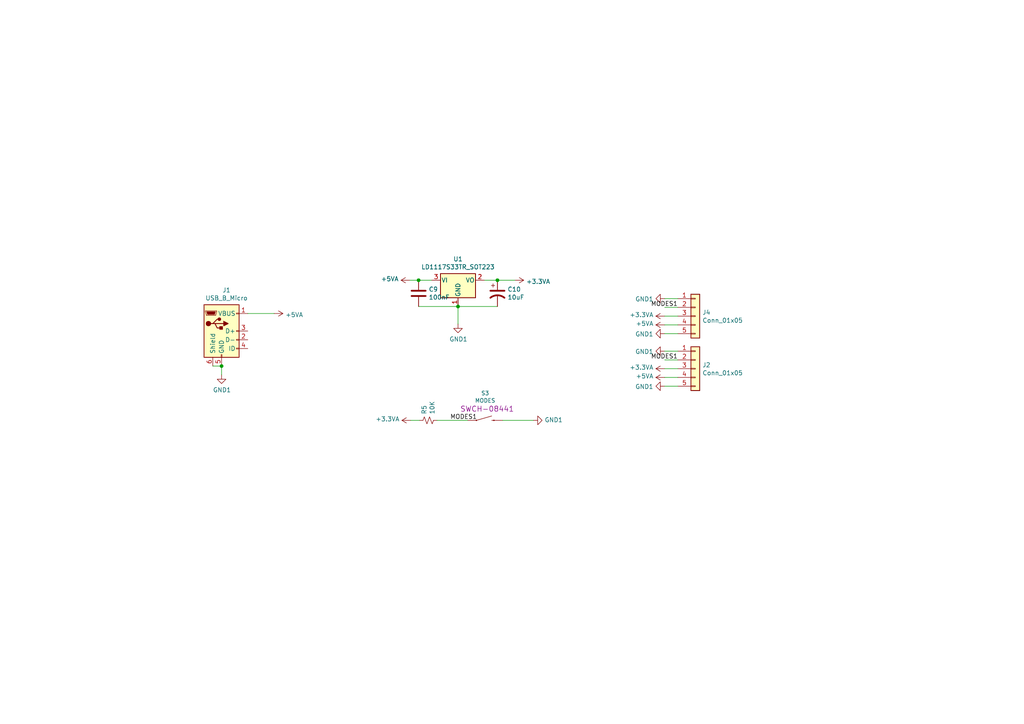
<source format=kicad_sch>
(kicad_sch (version 20211123) (generator eeschema)

  (uuid 29b583c7-0f35-4b9e-9c83-f08988b7fdeb)

  (paper "A4")

  (lib_symbols
    (symbol "Connector:USB_B_Micro" (pin_names (offset 1.016)) (in_bom yes) (on_board yes)
      (property "Reference" "J" (id 0) (at -5.08 11.43 0)
        (effects (font (size 1.27 1.27)) (justify left))
      )
      (property "Value" "USB_B_Micro" (id 1) (at -5.08 8.89 0)
        (effects (font (size 1.27 1.27)) (justify left))
      )
      (property "Footprint" "" (id 2) (at 3.81 -1.27 0)
        (effects (font (size 1.27 1.27)) hide)
      )
      (property "Datasheet" "~" (id 3) (at 3.81 -1.27 0)
        (effects (font (size 1.27 1.27)) hide)
      )
      (property "ki_keywords" "connector USB micro" (id 4) (at 0 0 0)
        (effects (font (size 1.27 1.27)) hide)
      )
      (property "ki_description" "USB Micro Type B connector" (id 5) (at 0 0 0)
        (effects (font (size 1.27 1.27)) hide)
      )
      (property "ki_fp_filters" "USB*" (id 6) (at 0 0 0)
        (effects (font (size 1.27 1.27)) hide)
      )
      (symbol "USB_B_Micro_0_1"
        (rectangle (start -5.08 -7.62) (end 5.08 7.62)
          (stroke (width 0.254) (type default) (color 0 0 0 0))
          (fill (type background))
        )
        (circle (center -3.81 2.159) (radius 0.635)
          (stroke (width 0.254) (type default) (color 0 0 0 0))
          (fill (type outline))
        )
        (circle (center -0.635 3.429) (radius 0.381)
          (stroke (width 0.254) (type default) (color 0 0 0 0))
          (fill (type outline))
        )
        (rectangle (start -0.127 -7.62) (end 0.127 -6.858)
          (stroke (width 0) (type default) (color 0 0 0 0))
          (fill (type none))
        )
        (polyline
          (pts
            (xy -1.905 2.159)
            (xy 0.635 2.159)
          )
          (stroke (width 0.254) (type default) (color 0 0 0 0))
          (fill (type none))
        )
        (polyline
          (pts
            (xy -3.175 2.159)
            (xy -2.54 2.159)
            (xy -1.27 3.429)
            (xy -0.635 3.429)
          )
          (stroke (width 0.254) (type default) (color 0 0 0 0))
          (fill (type none))
        )
        (polyline
          (pts
            (xy -2.54 2.159)
            (xy -1.905 2.159)
            (xy -1.27 0.889)
            (xy 0 0.889)
          )
          (stroke (width 0.254) (type default) (color 0 0 0 0))
          (fill (type none))
        )
        (polyline
          (pts
            (xy 0.635 2.794)
            (xy 0.635 1.524)
            (xy 1.905 2.159)
            (xy 0.635 2.794)
          )
          (stroke (width 0.254) (type default) (color 0 0 0 0))
          (fill (type outline))
        )
        (polyline
          (pts
            (xy -4.318 5.588)
            (xy -1.778 5.588)
            (xy -2.032 4.826)
            (xy -4.064 4.826)
            (xy -4.318 5.588)
          )
          (stroke (width 0) (type default) (color 0 0 0 0))
          (fill (type outline))
        )
        (polyline
          (pts
            (xy -4.699 5.842)
            (xy -4.699 5.588)
            (xy -4.445 4.826)
            (xy -4.445 4.572)
            (xy -1.651 4.572)
            (xy -1.651 4.826)
            (xy -1.397 5.588)
            (xy -1.397 5.842)
            (xy -4.699 5.842)
          )
          (stroke (width 0) (type default) (color 0 0 0 0))
          (fill (type none))
        )
        (rectangle (start 0.254 1.27) (end -0.508 0.508)
          (stroke (width 0.254) (type default) (color 0 0 0 0))
          (fill (type outline))
        )
        (rectangle (start 5.08 -5.207) (end 4.318 -4.953)
          (stroke (width 0) (type default) (color 0 0 0 0))
          (fill (type none))
        )
        (rectangle (start 5.08 -2.667) (end 4.318 -2.413)
          (stroke (width 0) (type default) (color 0 0 0 0))
          (fill (type none))
        )
        (rectangle (start 5.08 -0.127) (end 4.318 0.127)
          (stroke (width 0) (type default) (color 0 0 0 0))
          (fill (type none))
        )
        (rectangle (start 5.08 4.953) (end 4.318 5.207)
          (stroke (width 0) (type default) (color 0 0 0 0))
          (fill (type none))
        )
      )
      (symbol "USB_B_Micro_1_1"
        (pin power_out line (at 7.62 5.08 180) (length 2.54)
          (name "VBUS" (effects (font (size 1.27 1.27))))
          (number "1" (effects (font (size 1.27 1.27))))
        )
        (pin bidirectional line (at 7.62 -2.54 180) (length 2.54)
          (name "D-" (effects (font (size 1.27 1.27))))
          (number "2" (effects (font (size 1.27 1.27))))
        )
        (pin bidirectional line (at 7.62 0 180) (length 2.54)
          (name "D+" (effects (font (size 1.27 1.27))))
          (number "3" (effects (font (size 1.27 1.27))))
        )
        (pin passive line (at 7.62 -5.08 180) (length 2.54)
          (name "ID" (effects (font (size 1.27 1.27))))
          (number "4" (effects (font (size 1.27 1.27))))
        )
        (pin power_out line (at 0 -10.16 90) (length 2.54)
          (name "GND" (effects (font (size 1.27 1.27))))
          (number "5" (effects (font (size 1.27 1.27))))
        )
        (pin passive line (at -2.54 -10.16 90) (length 2.54)
          (name "Shield" (effects (font (size 1.27 1.27))))
          (number "6" (effects (font (size 1.27 1.27))))
        )
      )
    )
    (symbol "Connector_Generic:Conn_01x05" (pin_names (offset 1.016) hide) (in_bom yes) (on_board yes)
      (property "Reference" "J" (id 0) (at 0 7.62 0)
        (effects (font (size 1.27 1.27)))
      )
      (property "Value" "Conn_01x05" (id 1) (at 0 -7.62 0)
        (effects (font (size 1.27 1.27)))
      )
      (property "Footprint" "" (id 2) (at 0 0 0)
        (effects (font (size 1.27 1.27)) hide)
      )
      (property "Datasheet" "~" (id 3) (at 0 0 0)
        (effects (font (size 1.27 1.27)) hide)
      )
      (property "ki_keywords" "connector" (id 4) (at 0 0 0)
        (effects (font (size 1.27 1.27)) hide)
      )
      (property "ki_description" "Generic connector, single row, 01x05, script generated (kicad-library-utils/schlib/autogen/connector/)" (id 5) (at 0 0 0)
        (effects (font (size 1.27 1.27)) hide)
      )
      (property "ki_fp_filters" "Connector*:*_1x??_*" (id 6) (at 0 0 0)
        (effects (font (size 1.27 1.27)) hide)
      )
      (symbol "Conn_01x05_1_1"
        (rectangle (start -1.27 -4.953) (end 0 -5.207)
          (stroke (width 0.1524) (type default) (color 0 0 0 0))
          (fill (type none))
        )
        (rectangle (start -1.27 -2.413) (end 0 -2.667)
          (stroke (width 0.1524) (type default) (color 0 0 0 0))
          (fill (type none))
        )
        (rectangle (start -1.27 0.127) (end 0 -0.127)
          (stroke (width 0.1524) (type default) (color 0 0 0 0))
          (fill (type none))
        )
        (rectangle (start -1.27 2.667) (end 0 2.413)
          (stroke (width 0.1524) (type default) (color 0 0 0 0))
          (fill (type none))
        )
        (rectangle (start -1.27 5.207) (end 0 4.953)
          (stroke (width 0.1524) (type default) (color 0 0 0 0))
          (fill (type none))
        )
        (rectangle (start -1.27 6.35) (end 1.27 -6.35)
          (stroke (width 0.254) (type default) (color 0 0 0 0))
          (fill (type background))
        )
        (pin passive line (at -5.08 5.08 0) (length 3.81)
          (name "Pin_1" (effects (font (size 1.27 1.27))))
          (number "1" (effects (font (size 1.27 1.27))))
        )
        (pin passive line (at -5.08 2.54 0) (length 3.81)
          (name "Pin_2" (effects (font (size 1.27 1.27))))
          (number "2" (effects (font (size 1.27 1.27))))
        )
        (pin passive line (at -5.08 0 0) (length 3.81)
          (name "Pin_3" (effects (font (size 1.27 1.27))))
          (number "3" (effects (font (size 1.27 1.27))))
        )
        (pin passive line (at -5.08 -2.54 0) (length 3.81)
          (name "Pin_4" (effects (font (size 1.27 1.27))))
          (number "4" (effects (font (size 1.27 1.27))))
        )
        (pin passive line (at -5.08 -5.08 0) (length 3.81)
          (name "Pin_5" (effects (font (size 1.27 1.27))))
          (number "5" (effects (font (size 1.27 1.27))))
        )
      )
    )
    (symbol "Device:C" (pin_numbers hide) (pin_names (offset 0.254)) (in_bom yes) (on_board yes)
      (property "Reference" "C" (id 0) (at 0.635 2.54 0)
        (effects (font (size 1.27 1.27)) (justify left))
      )
      (property "Value" "C" (id 1) (at 0.635 -2.54 0)
        (effects (font (size 1.27 1.27)) (justify left))
      )
      (property "Footprint" "" (id 2) (at 0.9652 -3.81 0)
        (effects (font (size 1.27 1.27)) hide)
      )
      (property "Datasheet" "~" (id 3) (at 0 0 0)
        (effects (font (size 1.27 1.27)) hide)
      )
      (property "ki_keywords" "cap capacitor" (id 4) (at 0 0 0)
        (effects (font (size 1.27 1.27)) hide)
      )
      (property "ki_description" "Unpolarized capacitor" (id 5) (at 0 0 0)
        (effects (font (size 1.27 1.27)) hide)
      )
      (property "ki_fp_filters" "C_*" (id 6) (at 0 0 0)
        (effects (font (size 1.27 1.27)) hide)
      )
      (symbol "C_0_1"
        (polyline
          (pts
            (xy -2.032 -0.762)
            (xy 2.032 -0.762)
          )
          (stroke (width 0.508) (type default) (color 0 0 0 0))
          (fill (type none))
        )
        (polyline
          (pts
            (xy -2.032 0.762)
            (xy 2.032 0.762)
          )
          (stroke (width 0.508) (type default) (color 0 0 0 0))
          (fill (type none))
        )
      )
      (symbol "C_1_1"
        (pin passive line (at 0 3.81 270) (length 2.794)
          (name "~" (effects (font (size 1.27 1.27))))
          (number "1" (effects (font (size 1.27 1.27))))
        )
        (pin passive line (at 0 -3.81 90) (length 2.794)
          (name "~" (effects (font (size 1.27 1.27))))
          (number "2" (effects (font (size 1.27 1.27))))
        )
      )
    )
    (symbol "Device:CP1" (pin_numbers hide) (pin_names (offset 0.254) hide) (in_bom yes) (on_board yes)
      (property "Reference" "C" (id 0) (at 0.635 2.54 0)
        (effects (font (size 1.27 1.27)) (justify left))
      )
      (property "Value" "Device_CP1" (id 1) (at 0.635 -2.54 0)
        (effects (font (size 1.27 1.27)) (justify left))
      )
      (property "Footprint" "" (id 2) (at 0 0 0)
        (effects (font (size 1.27 1.27)) hide)
      )
      (property "Datasheet" "" (id 3) (at 0 0 0)
        (effects (font (size 1.27 1.27)) hide)
      )
      (property "ki_fp_filters" "CP_*" (id 4) (at 0 0 0)
        (effects (font (size 1.27 1.27)) hide)
      )
      (symbol "CP1_0_1"
        (polyline
          (pts
            (xy -2.032 0.762)
            (xy 2.032 0.762)
          )
          (stroke (width 0.508) (type default) (color 0 0 0 0))
          (fill (type none))
        )
        (polyline
          (pts
            (xy -1.778 2.286)
            (xy -0.762 2.286)
          )
          (stroke (width 0) (type default) (color 0 0 0 0))
          (fill (type none))
        )
        (polyline
          (pts
            (xy -1.27 1.778)
            (xy -1.27 2.794)
          )
          (stroke (width 0) (type default) (color 0 0 0 0))
          (fill (type none))
        )
        (arc (start 2.032 -1.27) (mid 0 -0.5572) (end -2.032 -1.27)
          (stroke (width 0.508) (type default) (color 0 0 0 0))
          (fill (type none))
        )
      )
      (symbol "CP1_1_1"
        (pin passive line (at 0 3.81 270) (length 2.794)
          (name "~" (effects (font (size 1.27 1.27))))
          (number "1" (effects (font (size 1.27 1.27))))
        )
        (pin passive line (at 0 -3.81 90) (length 3.302)
          (name "~" (effects (font (size 1.27 1.27))))
          (number "2" (effects (font (size 1.27 1.27))))
        )
      )
    )
    (symbol "Device:R_Small_US" (pin_numbers hide) (pin_names (offset 0.254) hide) (in_bom yes) (on_board yes)
      (property "Reference" "R" (id 0) (at 0.762 0.508 0)
        (effects (font (size 1.27 1.27)) (justify left))
      )
      (property "Value" "R_Small_US" (id 1) (at 0.762 -1.016 0)
        (effects (font (size 1.27 1.27)) (justify left))
      )
      (property "Footprint" "" (id 2) (at 0 0 0)
        (effects (font (size 1.27 1.27)) hide)
      )
      (property "Datasheet" "~" (id 3) (at 0 0 0)
        (effects (font (size 1.27 1.27)) hide)
      )
      (property "ki_keywords" "r resistor" (id 4) (at 0 0 0)
        (effects (font (size 1.27 1.27)) hide)
      )
      (property "ki_description" "Resistor, small US symbol" (id 5) (at 0 0 0)
        (effects (font (size 1.27 1.27)) hide)
      )
      (property "ki_fp_filters" "R_*" (id 6) (at 0 0 0)
        (effects (font (size 1.27 1.27)) hide)
      )
      (symbol "R_Small_US_1_1"
        (polyline
          (pts
            (xy 0 0)
            (xy 1.016 -0.381)
            (xy 0 -0.762)
            (xy -1.016 -1.143)
            (xy 0 -1.524)
          )
          (stroke (width 0) (type default) (color 0 0 0 0))
          (fill (type none))
        )
        (polyline
          (pts
            (xy 0 1.524)
            (xy 1.016 1.143)
            (xy 0 0.762)
            (xy -1.016 0.381)
            (xy 0 0)
          )
          (stroke (width 0) (type default) (color 0 0 0 0))
          (fill (type none))
        )
        (pin passive line (at 0 2.54 270) (length 1.016)
          (name "~" (effects (font (size 1.27 1.27))))
          (number "1" (effects (font (size 1.27 1.27))))
        )
        (pin passive line (at 0 -2.54 90) (length 1.016)
          (name "~" (effects (font (size 1.27 1.27))))
          (number "2" (effects (font (size 1.27 1.27))))
        )
      )
    )
    (symbol "Regulator_Linear:LD1117S33TR_SOT223" (pin_names (offset 0.254)) (in_bom yes) (on_board yes)
      (property "Reference" "U" (id 0) (at -3.81 3.175 0)
        (effects (font (size 1.27 1.27)))
      )
      (property "Value" "LD1117S33TR_SOT223" (id 1) (at 0 3.175 0)
        (effects (font (size 1.27 1.27)) (justify left))
      )
      (property "Footprint" "Package_TO_SOT_SMD:SOT-223-3_TabPin2" (id 2) (at 0 5.08 0)
        (effects (font (size 1.27 1.27)) hide)
      )
      (property "Datasheet" "http://www.st.com/st-web-ui/static/active/en/resource/technical/document/datasheet/CD00000544.pdf" (id 3) (at 2.54 -6.35 0)
        (effects (font (size 1.27 1.27)) hide)
      )
      (property "ki_keywords" "REGULATOR LDO 3.3V" (id 4) (at 0 0 0)
        (effects (font (size 1.27 1.27)) hide)
      )
      (property "ki_description" "800mA Fixed Low Drop Positive Voltage Regulator, Fixed Output 3.3V, SOT-223" (id 5) (at 0 0 0)
        (effects (font (size 1.27 1.27)) hide)
      )
      (property "ki_fp_filters" "SOT?223*TabPin2*" (id 6) (at 0 0 0)
        (effects (font (size 1.27 1.27)) hide)
      )
      (symbol "LD1117S33TR_SOT223_0_1"
        (rectangle (start -5.08 -5.08) (end 5.08 1.905)
          (stroke (width 0.254) (type default) (color 0 0 0 0))
          (fill (type background))
        )
      )
      (symbol "LD1117S33TR_SOT223_1_1"
        (pin power_in line (at 0 -7.62 90) (length 2.54)
          (name "GND" (effects (font (size 1.27 1.27))))
          (number "1" (effects (font (size 1.27 1.27))))
        )
        (pin power_out line (at 7.62 0 180) (length 2.54)
          (name "VO" (effects (font (size 1.27 1.27))))
          (number "2" (effects (font (size 1.27 1.27))))
        )
        (pin power_in line (at -7.62 0 0) (length 2.54)
          (name "VI" (effects (font (size 1.27 1.27))))
          (number "3" (effects (font (size 1.27 1.27))))
        )
      )
    )
    (symbol "SparkFun-Switches:MOMENTARY-SWITCH-SPST-PTH-6.0MM" (pin_numbers hide) (pin_names (offset 1.016) hide) (in_bom yes) (on_board yes)
      (property "Reference" "S" (id 0) (at -5.08 2.54 0)
        (effects (font (size 1.143 1.143)) (justify left bottom))
      )
      (property "Value" "SparkFun-Switches_MOMENTARY-SWITCH-SPST-PTH-6.0MM" (id 1) (at -5.08 -2.54 0)
        (effects (font (size 1.143 1.143)) (justify left bottom))
      )
      (property "Footprint" "TACTILE_SWITCH_PTH_6.0MM" (id 2) (at 0 5.08 0)
        (effects (font (size 0.508 0.508)) hide)
      )
      (property "Datasheet" "" (id 3) (at 0 0 0)
        (effects (font (size 1.27 1.27)) hide)
      )
      (property "Field4" " SWCH-08441" (id 4) (at 0 6.35 0)
        (effects (font (size 1.524 1.524)))
      )
      (property "ki_locked" "" (id 5) (at 0 0 0)
        (effects (font (size 1.27 1.27)))
      )
      (property "ki_fp_filters" "*TACTILE_SWITCH_PTH_6.0MM* *TACTILE_SWITCH_PTH_6.0MM_KIT* *TACTILE_SWITCH_PTH_12MM* *TACTILE_SWITCH_SMD_5.2MM* *TACTILE_SWITCH_SMD_12MM*" (id 6) (at 0 0 0)
        (effects (font (size 1.27 1.27)) hide)
      )
      (symbol "MOMENTARY-SWITCH-SPST-PTH-6.0MM_1_0"
        (polyline
          (pts
            (xy -2.54 0)
            (xy 1.905 1.27)
          )
          (stroke (width 0) (type default) (color 0 0 0 0))
          (fill (type none))
        )
        (polyline
          (pts
            (xy 1.905 0)
            (xy 2.54 0)
          )
          (stroke (width 0) (type default) (color 0 0 0 0))
          (fill (type none))
        )
      )
      (symbol "MOMENTARY-SWITCH-SPST-PTH-6.0MM_1_1"
        (circle (center -2.54 0) (radius 0.127)
          (stroke (width 0) (type default) (color 0 0 0 0))
          (fill (type outline))
        )
        (circle (center 2.54 0) (radius 0.127)
          (stroke (width 0) (type default) (color 0 0 0 0))
          (fill (type outline))
        )
        (pin passive line (at -5.08 0 0) (length 2.54)
          (name "1" (effects (font (size 1.016 1.016))))
          (number "1" (effects (font (size 1.016 1.016))))
        )
        (pin passive line (at 5.08 0 180) (length 2.54)
          (name "2" (effects (font (size 1.016 1.016))))
          (number "2" (effects (font (size 1.016 1.016))))
        )
      )
    )
    (symbol "power:+3.3VA" (power) (pin_names (offset 0)) (in_bom yes) (on_board yes)
      (property "Reference" "#PWR" (id 0) (at 0 -3.81 0)
        (effects (font (size 1.27 1.27)) hide)
      )
      (property "Value" "+3.3VA" (id 1) (at 0 3.556 0)
        (effects (font (size 1.27 1.27)))
      )
      (property "Footprint" "" (id 2) (at 0 0 0)
        (effects (font (size 1.27 1.27)) hide)
      )
      (property "Datasheet" "" (id 3) (at 0 0 0)
        (effects (font (size 1.27 1.27)) hide)
      )
      (property "ki_keywords" "power-flag" (id 4) (at 0 0 0)
        (effects (font (size 1.27 1.27)) hide)
      )
      (property "ki_description" "Power symbol creates a global label with name \"+3.3VA\"" (id 5) (at 0 0 0)
        (effects (font (size 1.27 1.27)) hide)
      )
      (symbol "+3.3VA_0_1"
        (polyline
          (pts
            (xy -0.762 1.27)
            (xy 0 2.54)
          )
          (stroke (width 0) (type default) (color 0 0 0 0))
          (fill (type none))
        )
        (polyline
          (pts
            (xy 0 0)
            (xy 0 2.54)
          )
          (stroke (width 0) (type default) (color 0 0 0 0))
          (fill (type none))
        )
        (polyline
          (pts
            (xy 0 2.54)
            (xy 0.762 1.27)
          )
          (stroke (width 0) (type default) (color 0 0 0 0))
          (fill (type none))
        )
      )
      (symbol "+3.3VA_1_1"
        (pin power_in line (at 0 0 90) (length 0) hide
          (name "+3.3VA" (effects (font (size 1.27 1.27))))
          (number "1" (effects (font (size 1.27 1.27))))
        )
      )
    )
    (symbol "power:+5VA" (power) (pin_names (offset 0)) (in_bom yes) (on_board yes)
      (property "Reference" "#PWR" (id 0) (at 0 -3.81 0)
        (effects (font (size 1.27 1.27)) hide)
      )
      (property "Value" "+5VA" (id 1) (at 0 3.556 0)
        (effects (font (size 1.27 1.27)))
      )
      (property "Footprint" "" (id 2) (at 0 0 0)
        (effects (font (size 1.27 1.27)) hide)
      )
      (property "Datasheet" "" (id 3) (at 0 0 0)
        (effects (font (size 1.27 1.27)) hide)
      )
      (property "ki_keywords" "power-flag" (id 4) (at 0 0 0)
        (effects (font (size 1.27 1.27)) hide)
      )
      (property "ki_description" "Power symbol creates a global label with name \"+5VA\"" (id 5) (at 0 0 0)
        (effects (font (size 1.27 1.27)) hide)
      )
      (symbol "+5VA_0_1"
        (polyline
          (pts
            (xy -0.762 1.27)
            (xy 0 2.54)
          )
          (stroke (width 0) (type default) (color 0 0 0 0))
          (fill (type none))
        )
        (polyline
          (pts
            (xy 0 0)
            (xy 0 2.54)
          )
          (stroke (width 0) (type default) (color 0 0 0 0))
          (fill (type none))
        )
        (polyline
          (pts
            (xy 0 2.54)
            (xy 0.762 1.27)
          )
          (stroke (width 0) (type default) (color 0 0 0 0))
          (fill (type none))
        )
      )
      (symbol "+5VA_1_1"
        (pin power_in line (at 0 0 90) (length 0) hide
          (name "+5VA" (effects (font (size 1.27 1.27))))
          (number "1" (effects (font (size 1.27 1.27))))
        )
      )
    )
    (symbol "power:GND1" (power) (pin_names (offset 0)) (in_bom yes) (on_board yes)
      (property "Reference" "#PWR" (id 0) (at 0 -6.35 0)
        (effects (font (size 1.27 1.27)) hide)
      )
      (property "Value" "GND1" (id 1) (at 0 -3.81 0)
        (effects (font (size 1.27 1.27)))
      )
      (property "Footprint" "" (id 2) (at 0 0 0)
        (effects (font (size 1.27 1.27)) hide)
      )
      (property "Datasheet" "" (id 3) (at 0 0 0)
        (effects (font (size 1.27 1.27)) hide)
      )
      (property "ki_keywords" "power-flag" (id 4) (at 0 0 0)
        (effects (font (size 1.27 1.27)) hide)
      )
      (property "ki_description" "Power symbol creates a global label with name \"GND1\" , ground" (id 5) (at 0 0 0)
        (effects (font (size 1.27 1.27)) hide)
      )
      (symbol "GND1_0_1"
        (polyline
          (pts
            (xy 0 0)
            (xy 0 -1.27)
            (xy 1.27 -1.27)
            (xy 0 -2.54)
            (xy -1.27 -1.27)
            (xy 0 -1.27)
          )
          (stroke (width 0) (type default) (color 0 0 0 0))
          (fill (type none))
        )
      )
      (symbol "GND1_1_1"
        (pin power_in line (at 0 0 270) (length 0) hide
          (name "GND1" (effects (font (size 1.27 1.27))))
          (number "1" (effects (font (size 1.27 1.27))))
        )
      )
    )
  )

  (junction (at 132.842 88.9) (diameter 0) (color 0 0 0 0)
    (uuid 0e1bf573-869d-4141-bac6-bf039087b430)
  )
  (junction (at 144.272 81.28) (diameter 0) (color 0 0 0 0)
    (uuid 7a1993ff-0aff-403d-a856-1d0f32b40b53)
  )
  (junction (at 64.262 106.172) (diameter 0) (color 0 0 0 0)
    (uuid b138eaa4-2327-405a-b495-7f4d88501763)
  )
  (junction (at 121.412 81.28) (diameter 0) (color 0 0 0 0)
    (uuid b82d984a-2a78-4dbf-9516-5c16648505e3)
  )

  (wire (pts (xy 154.686 121.92) (xy 145.796 121.92))
    (stroke (width 0) (type default) (color 0 0 0 0))
    (uuid 018f47ff-88de-4ae0-aed9-1b28d910789e)
  )
  (wire (pts (xy 192.786 109.474) (xy 196.596 109.474))
    (stroke (width 0) (type default) (color 0 0 0 0))
    (uuid 066949f3-f3d0-4d4b-8c69-970ba5f18510)
  )
  (wire (pts (xy 64.262 108.712) (xy 64.262 106.172))
    (stroke (width 0) (type default) (color 0 0 0 0))
    (uuid 204ace91-f134-4451-8823-eb71a458bc89)
  )
  (wire (pts (xy 140.462 81.28) (xy 144.272 81.28))
    (stroke (width 0) (type default) (color 0 0 0 0))
    (uuid 26bbf2d8-6f31-4078-90ed-8326605a1c90)
  )
  (wire (pts (xy 196.596 112.014) (xy 192.786 112.014))
    (stroke (width 0) (type default) (color 0 0 0 0))
    (uuid 30ac3395-a218-4e0a-8d06-ecb5626fcfe7)
  )
  (wire (pts (xy 196.596 89.154) (xy 192.786 89.154))
    (stroke (width 0) (type default) (color 0 0 0 0))
    (uuid 4002121f-2997-453b-b060-5e17c277ad94)
  )
  (wire (pts (xy 121.412 88.9) (xy 132.842 88.9))
    (stroke (width 0) (type default) (color 0 0 0 0))
    (uuid 4825baa7-e5f7-4965-9bde-1d40fd828ce8)
  )
  (wire (pts (xy 132.842 93.98) (xy 132.842 88.9))
    (stroke (width 0) (type default) (color 0 0 0 0))
    (uuid 63982434-0d8c-4c46-bb8f-c2926ef1d675)
  )
  (wire (pts (xy 79.502 90.932) (xy 71.882 90.932))
    (stroke (width 0) (type default) (color 0 0 0 0))
    (uuid 68b1ac70-a21f-4982-829b-fd004f2d76a3)
  )
  (wire (pts (xy 149.352 81.28) (xy 144.272 81.28))
    (stroke (width 0) (type default) (color 0 0 0 0))
    (uuid 701ae2bc-3258-427c-840d-dccfe83b34af)
  )
  (wire (pts (xy 119.126 121.92) (xy 121.666 121.92))
    (stroke (width 0) (type default) (color 0 0 0 0))
    (uuid 7e41ef04-fe4a-44af-85e9-0713cc3b8760)
  )
  (wire (pts (xy 196.596 106.934) (xy 192.786 106.934))
    (stroke (width 0) (type default) (color 0 0 0 0))
    (uuid 7fca7a39-4c55-4ff8-9690-62eba2b001d5)
  )
  (wire (pts (xy 192.786 101.854) (xy 196.596 101.854))
    (stroke (width 0) (type default) (color 0 0 0 0))
    (uuid 8a9871a7-ec97-4cf3-8c2a-d474f3eb7323)
  )
  (wire (pts (xy 132.842 88.9) (xy 144.272 88.9))
    (stroke (width 0) (type default) (color 0 0 0 0))
    (uuid 8e27e1e7-db21-4cef-892f-a840ebb15260)
  )
  (wire (pts (xy 192.786 94.234) (xy 196.596 94.234))
    (stroke (width 0) (type default) (color 0 0 0 0))
    (uuid a8ac90fa-282f-4a08-9afa-0f05dd287c78)
  )
  (wire (pts (xy 196.596 91.694) (xy 192.786 91.694))
    (stroke (width 0) (type default) (color 0 0 0 0))
    (uuid abc5a7ea-022d-4aaf-8766-3047a5cfea51)
  )
  (wire (pts (xy 118.872 81.28) (xy 121.412 81.28))
    (stroke (width 0) (type default) (color 0 0 0 0))
    (uuid aed1af86-2fd4-47a3-a678-1eaf5b9cda50)
  )
  (wire (pts (xy 126.746 121.92) (xy 135.636 121.92))
    (stroke (width 0) (type default) (color 0 0 0 0))
    (uuid cf68e8c8-1bee-4249-89aa-ca829d0c1c29)
  )
  (wire (pts (xy 61.722 106.172) (xy 64.262 106.172))
    (stroke (width 0) (type default) (color 0 0 0 0))
    (uuid da1754fd-07ef-4277-9a90-b9dfbd247113)
  )
  (wire (pts (xy 196.596 96.774) (xy 192.786 96.774))
    (stroke (width 0) (type default) (color 0 0 0 0))
    (uuid daa99277-e8ca-48b6-abf9-3fa72c387d34)
  )
  (wire (pts (xy 196.596 104.394) (xy 192.786 104.394))
    (stroke (width 0) (type default) (color 0 0 0 0))
    (uuid df294b31-401f-4fe8-8daa-2f014959f25d)
  )
  (wire (pts (xy 121.412 81.28) (xy 125.222 81.28))
    (stroke (width 0) (type default) (color 0 0 0 0))
    (uuid ead2219c-631c-49af-a1e8-1f69fff5c1a1)
  )
  (wire (pts (xy 192.786 86.614) (xy 196.596 86.614))
    (stroke (width 0) (type default) (color 0 0 0 0))
    (uuid fdd59a49-85df-432b-8281-978432e051b8)
  )

  (label "MODES1" (at 196.596 104.394 180)
    (effects (font (size 1.27 1.27)) (justify right bottom))
    (uuid 9723a11b-3e8f-4c00-b6b6-0c48577f1698)
  )
  (label "MODES1" (at 196.596 89.154 180)
    (effects (font (size 1.27 1.27)) (justify right bottom))
    (uuid b82d7d9f-9419-4070-bc42-13ddf3d535f6)
  )
  (label "MODES1" (at 130.556 121.92 0)
    (effects (font (size 1.27 1.27)) (justify left bottom))
    (uuid e2ec72f8-cbe6-43ee-a927-5cc676440361)
  )

  (symbol (lib_id "Regulator_Linear:LD1117S33TR_SOT223") (at 132.842 81.28 0) (unit 1)
    (in_bom yes) (on_board yes)
    (uuid 00000000-0000-0000-0000-000061b1e42a)
    (property "Reference" "U1" (id 0) (at 132.842 75.1332 0))
    (property "Value" "LD1117S33TR_SOT223" (id 1) (at 132.842 77.4446 0))
    (property "Footprint" "Package_TO_SOT_SMD:SOT-223-3_TabPin2" (id 2) (at 132.842 76.2 0)
      (effects (font (size 1.27 1.27)) hide)
    )
    (property "Datasheet" "http://www.st.com/st-web-ui/static/active/en/resource/technical/document/datasheet/CD00000544.pdf" (id 3) (at 135.382 87.63 0)
      (effects (font (size 1.27 1.27)) hide)
    )
    (pin "1" (uuid be208434-922e-482c-a76b-45ad67623b82))
    (pin "2" (uuid f7560125-1b4f-44f1-94c8-9146698acab6))
    (pin "3" (uuid fc8d22a5-0a83-43f8-afd7-0beebe4614bb))
  )

  (symbol (lib_id "Device:CP1") (at 144.272 85.09 0) (unit 1)
    (in_bom yes) (on_board yes)
    (uuid 00000000-0000-0000-0000-000061b2171c)
    (property "Reference" "C10" (id 0) (at 147.193 83.9216 0)
      (effects (font (size 1.27 1.27)) (justify left))
    )
    (property "Value" "10uF" (id 1) (at 147.193 86.233 0)
      (effects (font (size 1.27 1.27)) (justify left))
    )
    (property "Footprint" "Capacitor_THT:CP_Radial_D10.0mm_P5.00mm_P7.50mm" (id 2) (at 144.272 85.09 0)
      (effects (font (size 1.27 1.27)) hide)
    )
    (property "Datasheet" "~" (id 3) (at 144.272 85.09 0)
      (effects (font (size 1.27 1.27)) hide)
    )
    (pin "1" (uuid 7c8ebfe0-570f-43f1-960e-82904df10799))
    (pin "2" (uuid e09e31d3-da74-4bfe-a70c-d681151c82fb))
  )

  (symbol (lib_id "Device:C") (at 121.412 85.09 0) (unit 1)
    (in_bom yes) (on_board yes)
    (uuid 00000000-0000-0000-0000-000061b2209e)
    (property "Reference" "C9" (id 0) (at 124.333 83.9216 0)
      (effects (font (size 1.27 1.27)) (justify left))
    )
    (property "Value" "100nF" (id 1) (at 124.333 86.233 0)
      (effects (font (size 1.27 1.27)) (justify left))
    )
    (property "Footprint" "Capacitor_SMD:C_0805_2012Metric_Pad1.18x1.45mm_HandSolder" (id 2) (at 122.3772 88.9 0)
      (effects (font (size 1.27 1.27)) hide)
    )
    (property "Datasheet" "~" (id 3) (at 121.412 85.09 0)
      (effects (font (size 1.27 1.27)) hide)
    )
    (pin "1" (uuid 6904c0ec-8be0-45fa-896b-0a5ee2fbfc77))
    (pin "2" (uuid a4513265-6ab4-46af-a66c-7cd6c2ea958d))
  )

  (symbol (lib_id "Connector:USB_B_Micro") (at 64.262 96.012 0) (unit 1)
    (in_bom yes) (on_board yes)
    (uuid 00000000-0000-0000-0000-000061b2be57)
    (property "Reference" "J1" (id 0) (at 65.7098 84.1502 0))
    (property "Value" "USB_B_Micro" (id 1) (at 65.7098 86.4616 0))
    (property "Footprint" "Connector_USB:USB_Micro-B_Molex-105017-0001" (id 2) (at 68.072 97.282 0)
      (effects (font (size 1.27 1.27)) hide)
    )
    (property "Datasheet" "~" (id 3) (at 68.072 97.282 0)
      (effects (font (size 1.27 1.27)) hide)
    )
    (pin "1" (uuid fe3fb183-ca9d-4cf8-b7ae-aea78fbf2c84))
    (pin "2" (uuid b5962489-7458-4918-a7fe-da0b5cd7eb0f))
    (pin "3" (uuid 77782128-7824-455f-828e-135442c0585b))
    (pin "4" (uuid f2c03d02-6689-4b9e-bac9-c9244572f3e2))
    (pin "5" (uuid 1c0bbf75-df11-4443-8c89-daf23d7dce8e))
    (pin "6" (uuid ec4b09e6-23a5-47f2-af99-699247412c21))
  )

  (symbol (lib_id "SparkFun-Switches:MOMENTARY-SWITCH-SPST-PTH-6.0MM") (at 140.716 121.92 0) (unit 1)
    (in_bom yes) (on_board yes)
    (uuid 00000000-0000-0000-0000-000061b50457)
    (property "Reference" "S3" (id 0) (at 140.716 114.046 0)
      (effects (font (size 1.143 1.143)))
    )
    (property "Value" "MODES" (id 1) (at 140.716 116.1796 0)
      (effects (font (size 1.143 1.143)))
    )
    (property "Footprint" "Switches:TACTILE_SWITCH_PTH_6.0MM" (id 2) (at 140.716 116.84 0)
      (effects (font (size 0.508 0.508)) hide)
    )
    (property "Datasheet" "" (id 3) (at 140.716 121.92 0)
      (effects (font (size 1.27 1.27)) hide)
    )
    (property "Field4" " SWCH-08441" (id 4) (at 140.716 118.5926 0)
      (effects (font (size 1.524 1.524)))
    )
    (pin "1" (uuid 8395875f-0571-4881-b204-e488744b50d5))
    (pin "2" (uuid 556ab8d2-bd3c-4aba-be85-65d34b52865e))
  )

  (symbol (lib_id "Device:R_Small_US") (at 124.206 121.92 90) (unit 1)
    (in_bom yes) (on_board yes)
    (uuid 00000000-0000-0000-0000-000061b9ae52)
    (property "Reference" "R5" (id 0) (at 123.0376 120.1928 0)
      (effects (font (size 1.27 1.27)) (justify left))
    )
    (property "Value" "10K" (id 1) (at 125.349 120.1928 0)
      (effects (font (size 1.27 1.27)) (justify left))
    )
    (property "Footprint" "Resistor_SMD:R_0805_2012Metric_Pad1.20x1.40mm_HandSolder" (id 2) (at 124.206 121.92 0)
      (effects (font (size 1.27 1.27)) hide)
    )
    (property "Datasheet" "~" (id 3) (at 124.206 121.92 0)
      (effects (font (size 1.27 1.27)) hide)
    )
    (pin "1" (uuid ad71c4b4-08a2-4897-8bd9-15798d0a0feb))
    (pin "2" (uuid 71d8a5e4-fc7a-421d-9f5c-e9dd93e78b41))
  )

  (symbol (lib_id "power:GND1") (at 192.786 101.854 270) (unit 1)
    (in_bom yes) (on_board yes)
    (uuid 00000000-0000-0000-0000-000061d97736)
    (property "Reference" "#PWR0115" (id 0) (at 186.436 101.854 0)
      (effects (font (size 1.27 1.27)) hide)
    )
    (property "Value" "GND1" (id 1) (at 189.5348 101.981 90)
      (effects (font (size 1.27 1.27)) (justify right))
    )
    (property "Footprint" "" (id 2) (at 192.786 101.854 0)
      (effects (font (size 1.27 1.27)) hide)
    )
    (property "Datasheet" "" (id 3) (at 192.786 101.854 0)
      (effects (font (size 1.27 1.27)) hide)
    )
    (pin "1" (uuid a93d6a41-2f1c-4f92-ab64-b40d24e11a10))
  )

  (symbol (lib_id "power:GND1") (at 192.786 112.014 270) (unit 1)
    (in_bom yes) (on_board yes)
    (uuid 00000000-0000-0000-0000-000061d98509)
    (property "Reference" "#PWR0116" (id 0) (at 186.436 112.014 0)
      (effects (font (size 1.27 1.27)) hide)
    )
    (property "Value" "GND1" (id 1) (at 189.5348 112.141 90)
      (effects (font (size 1.27 1.27)) (justify right))
    )
    (property "Footprint" "" (id 2) (at 192.786 112.014 0)
      (effects (font (size 1.27 1.27)) hide)
    )
    (property "Datasheet" "" (id 3) (at 192.786 112.014 0)
      (effects (font (size 1.27 1.27)) hide)
    )
    (pin "1" (uuid ce7d4ee6-0abf-4693-92aa-13b842f5d7fe))
  )

  (symbol (lib_id "power:GND1") (at 132.842 93.98 0) (unit 1)
    (in_bom yes) (on_board yes)
    (uuid 00000000-0000-0000-0000-000061d98cd6)
    (property "Reference" "#PWR0117" (id 0) (at 132.842 100.33 0)
      (effects (font (size 1.27 1.27)) hide)
    )
    (property "Value" "GND1" (id 1) (at 132.969 98.3742 0))
    (property "Footprint" "" (id 2) (at 132.842 93.98 0)
      (effects (font (size 1.27 1.27)) hide)
    )
    (property "Datasheet" "" (id 3) (at 132.842 93.98 0)
      (effects (font (size 1.27 1.27)) hide)
    )
    (pin "1" (uuid d4f1a31e-04c2-4acf-9b71-d68e437dd209))
  )

  (symbol (lib_id "power:GND1") (at 64.262 108.712 0) (unit 1)
    (in_bom yes) (on_board yes)
    (uuid 00000000-0000-0000-0000-000061d994a8)
    (property "Reference" "#PWR0123" (id 0) (at 64.262 115.062 0)
      (effects (font (size 1.27 1.27)) hide)
    )
    (property "Value" "GND1" (id 1) (at 64.389 113.1062 0))
    (property "Footprint" "" (id 2) (at 64.262 108.712 0)
      (effects (font (size 1.27 1.27)) hide)
    )
    (property "Datasheet" "" (id 3) (at 64.262 108.712 0)
      (effects (font (size 1.27 1.27)) hide)
    )
    (pin "1" (uuid 2244b5d3-7385-4c2e-a4c2-18880adc91d6))
  )

  (symbol (lib_id "power:+3.3VA") (at 192.786 106.934 90) (unit 1)
    (in_bom yes) (on_board yes)
    (uuid 00000000-0000-0000-0000-000061d99d70)
    (property "Reference" "#PWR0118" (id 0) (at 196.596 106.934 0)
      (effects (font (size 1.27 1.27)) hide)
    )
    (property "Value" "+3.3VA" (id 1) (at 189.5602 106.553 90)
      (effects (font (size 1.27 1.27)) (justify left))
    )
    (property "Footprint" "" (id 2) (at 192.786 106.934 0)
      (effects (font (size 1.27 1.27)) hide)
    )
    (property "Datasheet" "" (id 3) (at 192.786 106.934 0)
      (effects (font (size 1.27 1.27)) hide)
    )
    (pin "1" (uuid 48166af8-28cc-457f-a21d-fa04752f2b4b))
  )

  (symbol (lib_id "power:+3.3VA") (at 149.352 81.28 270) (unit 1)
    (in_bom yes) (on_board yes)
    (uuid 00000000-0000-0000-0000-000061d9ab4a)
    (property "Reference" "#PWR0119" (id 0) (at 145.542 81.28 0)
      (effects (font (size 1.27 1.27)) hide)
    )
    (property "Value" "+3.3VA" (id 1) (at 152.6032 81.661 90)
      (effects (font (size 1.27 1.27)) (justify left))
    )
    (property "Footprint" "" (id 2) (at 149.352 81.28 0)
      (effects (font (size 1.27 1.27)) hide)
    )
    (property "Datasheet" "" (id 3) (at 149.352 81.28 0)
      (effects (font (size 1.27 1.27)) hide)
    )
    (pin "1" (uuid 65e3b4d0-dafb-4825-b3d9-4aad702d9f59))
  )

  (symbol (lib_id "power:+5VA") (at 79.502 90.932 270) (unit 1)
    (in_bom yes) (on_board yes)
    (uuid 00000000-0000-0000-0000-000061d9b9bd)
    (property "Reference" "#PWR0120" (id 0) (at 75.692 90.932 0)
      (effects (font (size 1.27 1.27)) hide)
    )
    (property "Value" "+5VA" (id 1) (at 82.7532 91.313 90)
      (effects (font (size 1.27 1.27)) (justify left))
    )
    (property "Footprint" "" (id 2) (at 79.502 90.932 0)
      (effects (font (size 1.27 1.27)) hide)
    )
    (property "Datasheet" "" (id 3) (at 79.502 90.932 0)
      (effects (font (size 1.27 1.27)) hide)
    )
    (pin "1" (uuid 83815bd5-67b6-4b95-840e-a349881c1d3a))
  )

  (symbol (lib_id "power:+5VA") (at 118.872 81.28 90) (unit 1)
    (in_bom yes) (on_board yes)
    (uuid 00000000-0000-0000-0000-000061d9cdb4)
    (property "Reference" "#PWR0121" (id 0) (at 122.682 81.28 0)
      (effects (font (size 1.27 1.27)) hide)
    )
    (property "Value" "+5VA" (id 1) (at 115.6462 80.899 90)
      (effects (font (size 1.27 1.27)) (justify left))
    )
    (property "Footprint" "" (id 2) (at 118.872 81.28 0)
      (effects (font (size 1.27 1.27)) hide)
    )
    (property "Datasheet" "" (id 3) (at 118.872 81.28 0)
      (effects (font (size 1.27 1.27)) hide)
    )
    (pin "1" (uuid 0e2f4b55-afcf-4e5f-9559-8b2ad2098638))
  )

  (symbol (lib_id "power:+5VA") (at 192.786 109.474 90) (unit 1)
    (in_bom yes) (on_board yes)
    (uuid 00000000-0000-0000-0000-000061d9d5cf)
    (property "Reference" "#PWR0122" (id 0) (at 196.596 109.474 0)
      (effects (font (size 1.27 1.27)) hide)
    )
    (property "Value" "+5VA" (id 1) (at 189.5602 109.093 90)
      (effects (font (size 1.27 1.27)) (justify left))
    )
    (property "Footprint" "" (id 2) (at 192.786 109.474 0)
      (effects (font (size 1.27 1.27)) hide)
    )
    (property "Datasheet" "" (id 3) (at 192.786 109.474 0)
      (effects (font (size 1.27 1.27)) hide)
    )
    (pin "1" (uuid 90a8dd75-0ce7-4eba-a4a8-d2769a70ae6a))
  )

  (symbol (lib_id "power:GND1") (at 154.686 121.92 90) (unit 1)
    (in_bom yes) (on_board yes)
    (uuid 00000000-0000-0000-0000-000061dc7dd7)
    (property "Reference" "#PWR0124" (id 0) (at 161.036 121.92 0)
      (effects (font (size 1.27 1.27)) hide)
    )
    (property "Value" "GND1" (id 1) (at 157.9372 121.793 90)
      (effects (font (size 1.27 1.27)) (justify right))
    )
    (property "Footprint" "" (id 2) (at 154.686 121.92 0)
      (effects (font (size 1.27 1.27)) hide)
    )
    (property "Datasheet" "" (id 3) (at 154.686 121.92 0)
      (effects (font (size 1.27 1.27)) hide)
    )
    (pin "1" (uuid 8c345335-f677-4f36-9864-5595288af245))
  )

  (symbol (lib_id "power:+3.3VA") (at 119.126 121.92 90) (unit 1)
    (in_bom yes) (on_board yes)
    (uuid 00000000-0000-0000-0000-000061dc85eb)
    (property "Reference" "#PWR0125" (id 0) (at 122.936 121.92 0)
      (effects (font (size 1.27 1.27)) hide)
    )
    (property "Value" "+3.3VA" (id 1) (at 115.9002 121.539 90)
      (effects (font (size 1.27 1.27)) (justify left))
    )
    (property "Footprint" "" (id 2) (at 119.126 121.92 0)
      (effects (font (size 1.27 1.27)) hide)
    )
    (property "Datasheet" "" (id 3) (at 119.126 121.92 0)
      (effects (font (size 1.27 1.27)) hide)
    )
    (pin "1" (uuid dfd37697-1df6-4caf-a18f-9a53968bd199))
  )

  (symbol (lib_id "Connector_Generic:Conn_01x05") (at 201.676 106.934 0) (unit 1)
    (in_bom yes) (on_board yes)
    (uuid 00000000-0000-0000-0000-000061dcd3a0)
    (property "Reference" "J2" (id 0) (at 203.708 105.8672 0)
      (effects (font (size 1.27 1.27)) (justify left))
    )
    (property "Value" "Conn_01x05" (id 1) (at 203.708 108.1786 0)
      (effects (font (size 1.27 1.27)) (justify left))
    )
    (property "Footprint" "Connector_PinHeader_2.54mm:PinHeader_1x05_P2.54mm_Vertical" (id 2) (at 201.676 106.934 0)
      (effects (font (size 1.27 1.27)) hide)
    )
    (property "Datasheet" "~" (id 3) (at 201.676 106.934 0)
      (effects (font (size 1.27 1.27)) hide)
    )
    (pin "1" (uuid 071527c8-da9c-411a-9245-6d84b907bf38))
    (pin "2" (uuid cddb3ff2-8a30-4a70-8002-2a7937a58f0b))
    (pin "3" (uuid d2606ba0-8205-4abe-851f-3855319cd88f))
    (pin "4" (uuid 357ccba1-2726-4c31-980c-cfd00a45b332))
    (pin "5" (uuid c995af97-a2d4-4b0b-b3ee-cc7c54eec56d))
  )

  (symbol (lib_id "power:GND1") (at 192.786 86.614 270) (unit 1)
    (in_bom yes) (on_board yes)
    (uuid 00000000-0000-0000-0000-000061e16897)
    (property "Reference" "#PWR01" (id 0) (at 186.436 86.614 0)
      (effects (font (size 1.27 1.27)) hide)
    )
    (property "Value" "GND1" (id 1) (at 189.5348 86.741 90)
      (effects (font (size 1.27 1.27)) (justify right))
    )
    (property "Footprint" "" (id 2) (at 192.786 86.614 0)
      (effects (font (size 1.27 1.27)) hide)
    )
    (property "Datasheet" "" (id 3) (at 192.786 86.614 0)
      (effects (font (size 1.27 1.27)) hide)
    )
    (pin "1" (uuid ce3c125c-5bd0-4b08-b2b1-36cfded5e7d9))
  )

  (symbol (lib_id "power:GND1") (at 192.786 96.774 270) (unit 1)
    (in_bom yes) (on_board yes)
    (uuid 00000000-0000-0000-0000-000061e168a1)
    (property "Reference" "#PWR08" (id 0) (at 186.436 96.774 0)
      (effects (font (size 1.27 1.27)) hide)
    )
    (property "Value" "GND1" (id 1) (at 189.5348 96.901 90)
      (effects (font (size 1.27 1.27)) (justify right))
    )
    (property "Footprint" "" (id 2) (at 192.786 96.774 0)
      (effects (font (size 1.27 1.27)) hide)
    )
    (property "Datasheet" "" (id 3) (at 192.786 96.774 0)
      (effects (font (size 1.27 1.27)) hide)
    )
    (pin "1" (uuid 0696bb4d-e8f1-49f3-b815-320baa628e0d))
  )

  (symbol (lib_id "power:+3.3VA") (at 192.786 91.694 90) (unit 1)
    (in_bom yes) (on_board yes)
    (uuid 00000000-0000-0000-0000-000061e168ab)
    (property "Reference" "#PWR02" (id 0) (at 196.596 91.694 0)
      (effects (font (size 1.27 1.27)) hide)
    )
    (property "Value" "+3.3VA" (id 1) (at 189.5602 91.313 90)
      (effects (font (size 1.27 1.27)) (justify left))
    )
    (property "Footprint" "" (id 2) (at 192.786 91.694 0)
      (effects (font (size 1.27 1.27)) hide)
    )
    (property "Datasheet" "" (id 3) (at 192.786 91.694 0)
      (effects (font (size 1.27 1.27)) hide)
    )
    (pin "1" (uuid 709be9fe-baec-414c-ac10-e2d420363d94))
  )

  (symbol (lib_id "power:+5VA") (at 192.786 94.234 90) (unit 1)
    (in_bom yes) (on_board yes)
    (uuid 00000000-0000-0000-0000-000061e168b5)
    (property "Reference" "#PWR07" (id 0) (at 196.596 94.234 0)
      (effects (font (size 1.27 1.27)) hide)
    )
    (property "Value" "+5VA" (id 1) (at 189.5602 93.853 90)
      (effects (font (size 1.27 1.27)) (justify left))
    )
    (property "Footprint" "" (id 2) (at 192.786 94.234 0)
      (effects (font (size 1.27 1.27)) hide)
    )
    (property "Datasheet" "" (id 3) (at 192.786 94.234 0)
      (effects (font (size 1.27 1.27)) hide)
    )
    (pin "1" (uuid 80504b6d-4410-4adc-b98c-e24845affdcf))
  )

  (symbol (lib_id "Connector_Generic:Conn_01x05") (at 201.676 91.694 0) (unit 1)
    (in_bom yes) (on_board yes)
    (uuid 00000000-0000-0000-0000-000061e168bf)
    (property "Reference" "J4" (id 0) (at 203.708 90.6272 0)
      (effects (font (size 1.27 1.27)) (justify left))
    )
    (property "Value" "Conn_01x05" (id 1) (at 203.708 92.9386 0)
      (effects (font (size 1.27 1.27)) (justify left))
    )
    (property "Footprint" "Connector_PinHeader_2.54mm:PinHeader_1x05_P2.54mm_Vertical" (id 2) (at 201.676 91.694 0)
      (effects (font (size 1.27 1.27)) hide)
    )
    (property "Datasheet" "~" (id 3) (at 201.676 91.694 0)
      (effects (font (size 1.27 1.27)) hide)
    )
    (pin "1" (uuid 6e79a661-dd81-478b-adf2-79950126c32c))
    (pin "2" (uuid 6bbca1c2-6bc6-49db-9671-268d75d152b3))
    (pin "3" (uuid 131715a1-26c8-41d7-9ac9-d2122356cc40))
    (pin "4" (uuid 42a4fe1b-8275-4752-a085-94f9c8faf684))
    (pin "5" (uuid a91d914a-1791-45f7-a6da-2b6a27210bad))
  )

  (sheet_instances
    (path "/" (page "1"))
  )

  (symbol_instances
    (path "/00000000-0000-0000-0000-000061e16897"
      (reference "#PWR01") (unit 1) (value "GND1") (footprint "")
    )
    (path "/00000000-0000-0000-0000-000061e168ab"
      (reference "#PWR02") (unit 1) (value "+3.3VA") (footprint "")
    )
    (path "/00000000-0000-0000-0000-000061e168b5"
      (reference "#PWR07") (unit 1) (value "+5VA") (footprint "")
    )
    (path "/00000000-0000-0000-0000-000061e168a1"
      (reference "#PWR08") (unit 1) (value "GND1") (footprint "")
    )
    (path "/00000000-0000-0000-0000-000061d97736"
      (reference "#PWR0115") (unit 1) (value "GND1") (footprint "")
    )
    (path "/00000000-0000-0000-0000-000061d98509"
      (reference "#PWR0116") (unit 1) (value "GND1") (footprint "")
    )
    (path "/00000000-0000-0000-0000-000061d98cd6"
      (reference "#PWR0117") (unit 1) (value "GND1") (footprint "")
    )
    (path "/00000000-0000-0000-0000-000061d99d70"
      (reference "#PWR0118") (unit 1) (value "+3.3VA") (footprint "")
    )
    (path "/00000000-0000-0000-0000-000061d9ab4a"
      (reference "#PWR0119") (unit 1) (value "+3.3VA") (footprint "")
    )
    (path "/00000000-0000-0000-0000-000061d9b9bd"
      (reference "#PWR0120") (unit 1) (value "+5VA") (footprint "")
    )
    (path "/00000000-0000-0000-0000-000061d9cdb4"
      (reference "#PWR0121") (unit 1) (value "+5VA") (footprint "")
    )
    (path "/00000000-0000-0000-0000-000061d9d5cf"
      (reference "#PWR0122") (unit 1) (value "+5VA") (footprint "")
    )
    (path "/00000000-0000-0000-0000-000061d994a8"
      (reference "#PWR0123") (unit 1) (value "GND1") (footprint "")
    )
    (path "/00000000-0000-0000-0000-000061dc7dd7"
      (reference "#PWR0124") (unit 1) (value "GND1") (footprint "")
    )
    (path "/00000000-0000-0000-0000-000061dc85eb"
      (reference "#PWR0125") (unit 1) (value "+3.3VA") (footprint "")
    )
    (path "/00000000-0000-0000-0000-000061b2209e"
      (reference "C9") (unit 1) (value "100nF") (footprint "Capacitor_SMD:C_0805_2012Metric_Pad1.18x1.45mm_HandSolder")
    )
    (path "/00000000-0000-0000-0000-000061b2171c"
      (reference "C10") (unit 1) (value "10uF") (footprint "Capacitor_THT:CP_Radial_D10.0mm_P5.00mm_P7.50mm")
    )
    (path "/00000000-0000-0000-0000-000061b2be57"
      (reference "J1") (unit 1) (value "USB_B_Micro") (footprint "Connector_USB:USB_Micro-B_Molex-105017-0001")
    )
    (path "/00000000-0000-0000-0000-000061dcd3a0"
      (reference "J2") (unit 1) (value "Conn_01x05") (footprint "Connector_PinHeader_2.54mm:PinHeader_1x05_P2.54mm_Vertical")
    )
    (path "/00000000-0000-0000-0000-000061e168bf"
      (reference "J4") (unit 1) (value "Conn_01x05") (footprint "Connector_PinHeader_2.54mm:PinHeader_1x05_P2.54mm_Vertical")
    )
    (path "/00000000-0000-0000-0000-000061b9ae52"
      (reference "R5") (unit 1) (value "10K") (footprint "Resistor_SMD:R_0805_2012Metric_Pad1.20x1.40mm_HandSolder")
    )
    (path "/00000000-0000-0000-0000-000061b50457"
      (reference "S3") (unit 1) (value "MODES") (footprint "Switches:TACTILE_SWITCH_PTH_6.0MM")
    )
    (path "/00000000-0000-0000-0000-000061b1e42a"
      (reference "U1") (unit 1) (value "LD1117S33TR_SOT223") (footprint "Package_TO_SOT_SMD:SOT-223-3_TabPin2")
    )
  )
)

</source>
